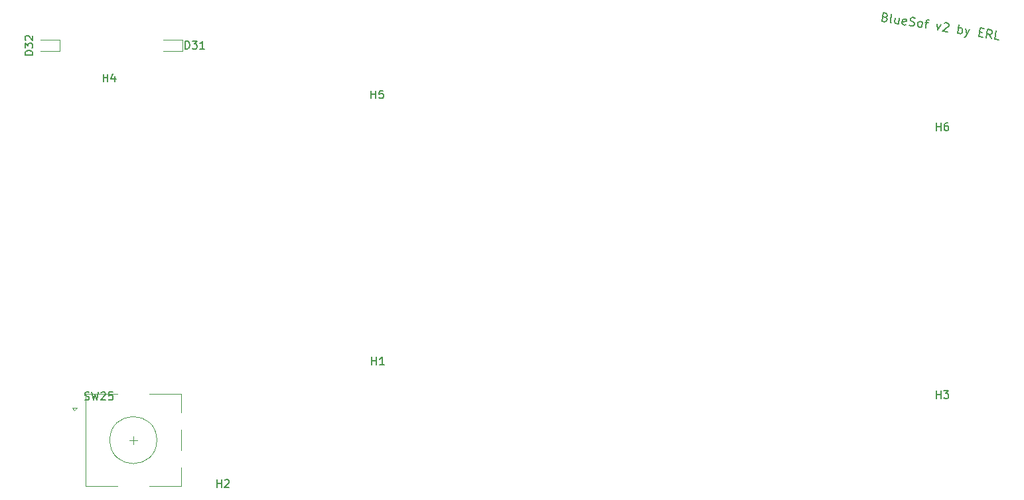
<source format=gto>
G04 #@! TF.GenerationSoftware,KiCad,Pcbnew,(5.99.0-7554-g937713dbbc)*
G04 #@! TF.CreationDate,2021-01-23T12:32:44-07:00*
G04 #@! TF.ProjectId,BlueSof,426c7565-536f-4662-9e6b-696361645f70,rev?*
G04 #@! TF.SameCoordinates,PX85099e0PY51bada0*
G04 #@! TF.FileFunction,Legend,Top*
G04 #@! TF.FilePolarity,Positive*
%FSLAX46Y46*%
G04 Gerber Fmt 4.6, Leading zero omitted, Abs format (unit mm)*
G04 Created by KiCad (PCBNEW (5.99.0-7554-g937713dbbc)) date 2021-01-23 12:32:44*
%MOMM*%
%LPD*%
G01*
G04 APERTURE LIST*
%ADD10C,0.200000*%
%ADD11C,0.150000*%
%ADD12C,0.120000*%
G04 APERTURE END LIST*
D10*
X55726187Y39492014D02*
X55873201Y39415695D01*
X55916743Y39355765D01*
X55952091Y39244099D01*
X55927508Y39088891D01*
X55859384Y38993613D01*
X55799453Y38950071D01*
X55687787Y38914723D01*
X55273899Y38980277D01*
X55445977Y40066734D01*
X55808129Y40009374D01*
X55903407Y39941250D01*
X55946949Y39881320D01*
X55982297Y39769654D01*
X55965908Y39666181D01*
X55897784Y39570903D01*
X55837853Y39527362D01*
X55726187Y39492014D01*
X55364035Y39549373D01*
X56515564Y38783616D02*
X56420286Y38851741D01*
X56384938Y38963407D01*
X56532434Y39894656D01*
X57509796Y39368620D02*
X57395077Y38644315D01*
X57044171Y39442367D02*
X56954035Y38873271D01*
X56989383Y38761605D01*
X57084661Y38693480D01*
X57239869Y38668898D01*
X57351535Y38704245D01*
X57411465Y38747787D01*
X58334520Y38548556D02*
X58222854Y38513208D01*
X58015910Y38545985D01*
X57920632Y38614109D01*
X57885284Y38725775D01*
X57950838Y39139664D01*
X58018962Y39234942D01*
X58130628Y39270290D01*
X58337573Y39237513D01*
X58432850Y39169388D01*
X58468198Y39057722D01*
X58451810Y38954250D01*
X57918061Y38932720D01*
X58800145Y38474808D02*
X58947159Y38398489D01*
X59205839Y38357518D01*
X59317505Y38392866D01*
X59377436Y38436408D01*
X59445560Y38531686D01*
X59461948Y38635158D01*
X59426601Y38746824D01*
X59383059Y38806755D01*
X59287781Y38874879D01*
X59089031Y38959392D01*
X58993753Y39027516D01*
X58950211Y39087446D01*
X58914863Y39199113D01*
X58931252Y39302585D01*
X58999376Y39397863D01*
X59059306Y39441405D01*
X59170973Y39476752D01*
X59429653Y39435781D01*
X59576667Y39359463D01*
X60033616Y38226411D02*
X59938338Y38294536D01*
X59894796Y38354466D01*
X59859448Y38466132D01*
X59908614Y38776549D01*
X59976738Y38871827D01*
X60036668Y38915369D01*
X60148334Y38950716D01*
X60303543Y38926134D01*
X60398821Y38858009D01*
X60442362Y38798079D01*
X60477710Y38686413D01*
X60428545Y38375996D01*
X60360421Y38280718D01*
X60300490Y38237177D01*
X60188824Y38201829D01*
X60033616Y38226411D01*
X60820903Y38844192D02*
X61234792Y38778638D01*
X60861393Y38095304D02*
X61008888Y39026553D01*
X61077013Y39121831D01*
X61188679Y39157179D01*
X61292151Y39140791D01*
X62321249Y38606560D02*
X62465211Y37841285D01*
X62838609Y38524619D01*
X63241733Y38725940D02*
X63301663Y38769481D01*
X63413329Y38804829D01*
X63672010Y38763858D01*
X63767287Y38695734D01*
X63810829Y38635803D01*
X63846177Y38524137D01*
X63829789Y38420665D01*
X63753470Y38273651D01*
X63034307Y37751149D01*
X63706876Y37644624D01*
X65000277Y37439770D02*
X65172355Y38526227D01*
X65106802Y38112338D02*
X65218468Y38147686D01*
X65425412Y38114909D01*
X65520690Y38046785D01*
X65564232Y37986855D01*
X65599580Y37875188D01*
X65550415Y37564772D01*
X65482290Y37469494D01*
X65422360Y37425952D01*
X65310694Y37390604D01*
X65103749Y37423381D01*
X65008471Y37491506D01*
X65994509Y38024773D02*
X66138470Y37259497D01*
X66511869Y37942831D02*
X66138470Y37259497D01*
X65994027Y37017206D01*
X65934097Y36973664D01*
X65822431Y36938316D01*
X67728952Y37590963D02*
X68091105Y37533603D01*
X68156177Y36939924D02*
X67638816Y37021866D01*
X67810894Y38108323D01*
X68328255Y38026381D01*
X69242634Y36767846D02*
X68962423Y37342566D01*
X68621801Y36866177D02*
X68793879Y37952634D01*
X69207768Y37887080D01*
X69303045Y37818956D01*
X69346587Y37759026D01*
X69381935Y37647359D01*
X69357352Y37492151D01*
X69289228Y37396873D01*
X69229298Y37353331D01*
X69117631Y37317984D01*
X68703743Y37383537D01*
X70225619Y36612157D02*
X69708258Y36694099D01*
X69880336Y37780556D01*
D11*
X-9861905Y29122620D02*
X-9861905Y30122620D01*
X-9861905Y29646429D02*
X-9290477Y29646429D01*
X-9290477Y29122620D02*
X-9290477Y30122620D01*
X-8338096Y30122620D02*
X-8814286Y30122620D01*
X-8861905Y29646429D01*
X-8814286Y29694048D01*
X-8719048Y29741667D01*
X-8480953Y29741667D01*
X-8385715Y29694048D01*
X-8338096Y29646429D01*
X-8290477Y29551191D01*
X-8290477Y29313096D01*
X-8338096Y29217858D01*
X-8385715Y29170239D01*
X-8480953Y29122620D01*
X-8719048Y29122620D01*
X-8814286Y29170239D01*
X-8861905Y29217858D01*
X-53022620Y34660715D02*
X-54022620Y34660715D01*
X-54022620Y34898810D01*
X-53975000Y35041667D01*
X-53879762Y35136905D01*
X-53784524Y35184524D01*
X-53594048Y35232143D01*
X-53451191Y35232143D01*
X-53260715Y35184524D01*
X-53165477Y35136905D01*
X-53070239Y35041667D01*
X-53022620Y34898810D01*
X-53022620Y34660715D01*
X-54022620Y35565477D02*
X-54022620Y36184524D01*
X-53641667Y35851191D01*
X-53641667Y35994048D01*
X-53594048Y36089286D01*
X-53546429Y36136905D01*
X-53451191Y36184524D01*
X-53213096Y36184524D01*
X-53117858Y36136905D01*
X-53070239Y36089286D01*
X-53022620Y35994048D01*
X-53022620Y35708334D01*
X-53070239Y35613096D01*
X-53117858Y35565477D01*
X-53927381Y36565477D02*
X-53975000Y36613096D01*
X-54022620Y36708334D01*
X-54022620Y36946429D01*
X-53975000Y37041667D01*
X-53927381Y37089286D01*
X-53832143Y37136905D01*
X-53736905Y37136905D01*
X-53594048Y37089286D01*
X-53022620Y36517858D01*
X-53022620Y37136905D01*
X-33589286Y35447620D02*
X-33589286Y36447620D01*
X-33351191Y36447620D01*
X-33208334Y36400000D01*
X-33113096Y36304762D01*
X-33065477Y36209524D01*
X-33017858Y36019048D01*
X-33017858Y35876191D01*
X-33065477Y35685715D01*
X-33113096Y35590477D01*
X-33208334Y35495239D01*
X-33351191Y35447620D01*
X-33589286Y35447620D01*
X-32684524Y36447620D02*
X-32065477Y36447620D01*
X-32398810Y36066667D01*
X-32255953Y36066667D01*
X-32160715Y36019048D01*
X-32113096Y35971429D01*
X-32065477Y35876191D01*
X-32065477Y35638096D01*
X-32113096Y35542858D01*
X-32160715Y35495239D01*
X-32255953Y35447620D01*
X-32541667Y35447620D01*
X-32636905Y35495239D01*
X-32684524Y35542858D01*
X-31113096Y35447620D02*
X-31684524Y35447620D01*
X-31398810Y35447620D02*
X-31398810Y36447620D01*
X-31494048Y36304762D01*
X-31589286Y36209524D01*
X-31684524Y36161905D01*
X-46409524Y-9329761D02*
X-46266667Y-9377380D01*
X-46028572Y-9377380D01*
X-45933334Y-9329761D01*
X-45885715Y-9282142D01*
X-45838096Y-9186904D01*
X-45838096Y-9091666D01*
X-45885715Y-8996428D01*
X-45933334Y-8948809D01*
X-46028572Y-8901190D01*
X-46219048Y-8853571D01*
X-46314286Y-8805952D01*
X-46361905Y-8758333D01*
X-46409524Y-8663095D01*
X-46409524Y-8567857D01*
X-46361905Y-8472619D01*
X-46314286Y-8425000D01*
X-46219048Y-8377380D01*
X-45980953Y-8377380D01*
X-45838096Y-8425000D01*
X-45504762Y-8377380D02*
X-45266667Y-9377380D01*
X-45076191Y-8663095D01*
X-44885715Y-9377380D01*
X-44647620Y-8377380D01*
X-44314286Y-8472619D02*
X-44266667Y-8425000D01*
X-44171429Y-8377380D01*
X-43933334Y-8377380D01*
X-43838096Y-8425000D01*
X-43790477Y-8472619D01*
X-43742858Y-8567857D01*
X-43742858Y-8663095D01*
X-43790477Y-8805952D01*
X-44361905Y-9377380D01*
X-43742858Y-9377380D01*
X-42838096Y-8377380D02*
X-43314286Y-8377380D01*
X-43361905Y-8853571D01*
X-43314286Y-8805952D01*
X-43219048Y-8758333D01*
X-42980953Y-8758333D01*
X-42885715Y-8805952D01*
X-42838096Y-8853571D01*
X-42790477Y-8948809D01*
X-42790477Y-9186904D01*
X-42838096Y-9282142D01*
X-42885715Y-9329761D01*
X-42980953Y-9377380D01*
X-43219048Y-9377380D01*
X-43314286Y-9329761D01*
X-43361905Y-9282142D01*
X62238095Y25022620D02*
X62238095Y26022620D01*
X62238095Y25546429D02*
X62809523Y25546429D01*
X62809523Y25022620D02*
X62809523Y26022620D01*
X63714285Y26022620D02*
X63523809Y26022620D01*
X63428571Y25975000D01*
X63380952Y25927381D01*
X63285714Y25784524D01*
X63238095Y25594048D01*
X63238095Y25213096D01*
X63285714Y25117858D01*
X63333333Y25070239D01*
X63428571Y25022620D01*
X63619047Y25022620D01*
X63714285Y25070239D01*
X63761904Y25117858D01*
X63809523Y25213096D01*
X63809523Y25451191D01*
X63761904Y25546429D01*
X63714285Y25594048D01*
X63619047Y25641667D01*
X63428571Y25641667D01*
X63333333Y25594048D01*
X63285714Y25546429D01*
X63238095Y25451191D01*
X-44036905Y31247620D02*
X-44036905Y32247620D01*
X-44036905Y31771429D02*
X-43465477Y31771429D01*
X-43465477Y31247620D02*
X-43465477Y32247620D01*
X-42560715Y31914286D02*
X-42560715Y31247620D01*
X-42798810Y32295239D02*
X-43036905Y31580953D01*
X-42417858Y31580953D01*
X-9761905Y-4877380D02*
X-9761905Y-3877380D01*
X-9761905Y-4353571D02*
X-9190477Y-4353571D01*
X-9190477Y-4877380D02*
X-9190477Y-3877380D01*
X-8190477Y-4877380D02*
X-8761905Y-4877380D01*
X-8476191Y-4877380D02*
X-8476191Y-3877380D01*
X-8571429Y-4020238D01*
X-8666667Y-4115476D01*
X-8761905Y-4163095D01*
X-29536905Y-20552380D02*
X-29536905Y-19552380D01*
X-29536905Y-20028571D02*
X-28965477Y-20028571D01*
X-28965477Y-20552380D02*
X-28965477Y-19552380D01*
X-28536905Y-19647619D02*
X-28489286Y-19600000D01*
X-28394048Y-19552380D01*
X-28155953Y-19552380D01*
X-28060715Y-19600000D01*
X-28013096Y-19647619D01*
X-27965477Y-19742857D01*
X-27965477Y-19838095D01*
X-28013096Y-19980952D01*
X-28584524Y-20552380D01*
X-27965477Y-20552380D01*
X62238095Y-9177380D02*
X62238095Y-8177380D01*
X62238095Y-8653571D02*
X62809523Y-8653571D01*
X62809523Y-9177380D02*
X62809523Y-8177380D01*
X63190476Y-8177380D02*
X63809523Y-8177380D01*
X63476190Y-8558333D01*
X63619047Y-8558333D01*
X63714285Y-8605952D01*
X63761904Y-8653571D01*
X63809523Y-8748809D01*
X63809523Y-8986904D01*
X63761904Y-9082142D01*
X63714285Y-9129761D01*
X63619047Y-9177380D01*
X63333333Y-9177380D01*
X63238095Y-9129761D01*
X63190476Y-9082142D01*
D12*
X-49615000Y35140000D02*
X-49615000Y36610000D01*
X-52075000Y35140000D02*
X-49615000Y35140000D01*
X-49615000Y36610000D02*
X-52075000Y36610000D01*
X-36375000Y35165000D02*
X-33915000Y35165000D01*
X-33915000Y36635000D02*
X-36375000Y36635000D01*
X-33915000Y35165000D02*
X-33915000Y36635000D01*
X-42200000Y-8600000D02*
X-46300000Y-8600000D01*
X-34100000Y-20400000D02*
X-38200000Y-20400000D01*
X-34100000Y-8600000D02*
X-34100000Y-11000000D01*
X-34100000Y-18000000D02*
X-34100000Y-20400000D01*
X-40700000Y-14500000D02*
X-39700000Y-14500000D01*
X-48000000Y-10400000D02*
X-47400000Y-10400000D01*
X-34100000Y-13200000D02*
X-34100000Y-15800000D01*
X-47400000Y-10400000D02*
X-47700000Y-10700000D01*
X-40200000Y-14000000D02*
X-40200000Y-15000000D01*
X-47700000Y-10700000D02*
X-48000000Y-10400000D01*
X-46300000Y-8600000D02*
X-46300000Y-20400000D01*
X-42200000Y-20400000D02*
X-46300000Y-20400000D01*
X-38200000Y-8600000D02*
X-34100000Y-8600000D01*
X-37200000Y-14500000D02*
G75*
G03*
X-37200000Y-14500000I-3000000J0D01*
G01*
M02*

</source>
